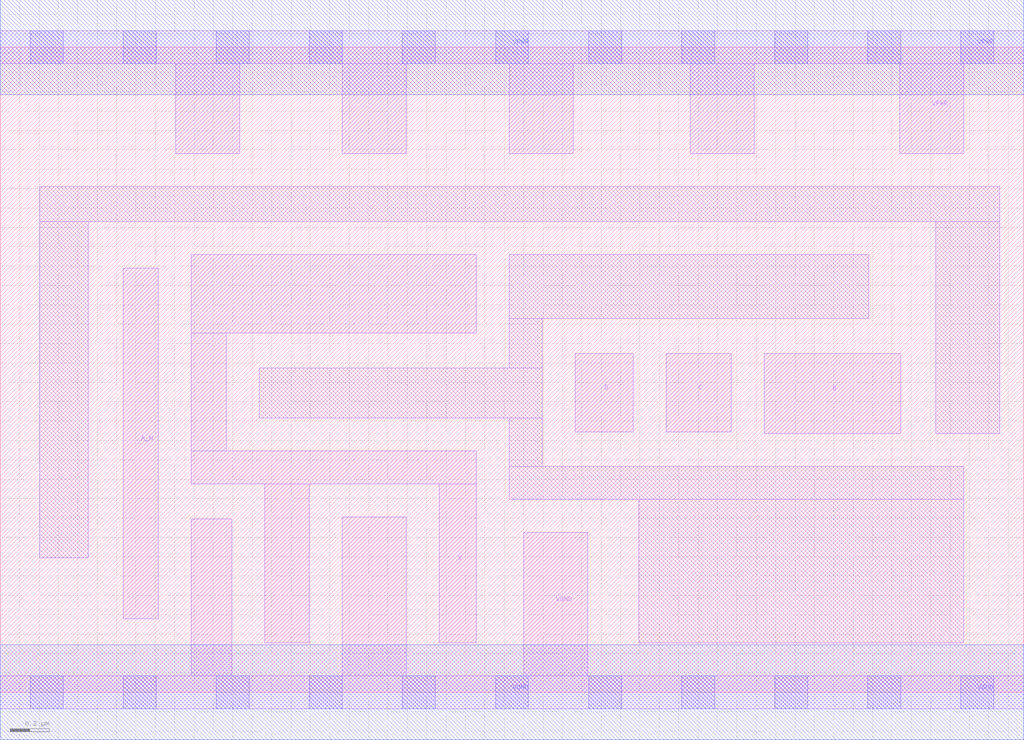
<source format=lef>
# Copyright 2020 The SkyWater PDK Authors
#
# Licensed under the Apache License, Version 2.0 (the "License");
# you may not use this file except in compliance with the License.
# You may obtain a copy of the License at
#
#     https://www.apache.org/licenses/LICENSE-2.0
#
# Unless required by applicable law or agreed to in writing, software
# distributed under the License is distributed on an "AS IS" BASIS,
# WITHOUT WARRANTIES OR CONDITIONS OF ANY KIND, either express or implied.
# See the License for the specific language governing permissions and
# limitations under the License.
#
# SPDX-License-Identifier: Apache-2.0

VERSION 5.7 ;
  NAMESCASESENSITIVE ON ;
  NOWIREEXTENSIONATPIN ON ;
  DIVIDERCHAR "/" ;
  BUSBITCHARS "[]" ;
UNITS
  DATABASE MICRONS 200 ;
END UNITS
MACRO sky130_fd_sc_lp__and4b_4
  CLASS CORE ;
  SOURCE USER ;
  FOREIGN sky130_fd_sc_lp__and4b_4 ;
  ORIGIN  0.000000  0.000000 ;
  SIZE  5.280000 BY  3.330000 ;
  SYMMETRY X Y R90 ;
  SITE unit ;
  PIN A_N
    ANTENNAGATEAREA  0.126000 ;
    DIRECTION INPUT ;
    USE SIGNAL ;
    PORT
      LAYER li1 ;
        RECT 0.635000 0.380000 0.815000 2.190000 ;
    END
  END A_N
  PIN B
    ANTENNAGATEAREA  0.315000 ;
    DIRECTION INPUT ;
    USE SIGNAL ;
    PORT
      LAYER li1 ;
        RECT 3.940000 1.335000 4.645000 1.750000 ;
    END
  END B
  PIN C
    ANTENNAGATEAREA  0.315000 ;
    DIRECTION INPUT ;
    USE SIGNAL ;
    PORT
      LAYER li1 ;
        RECT 3.435000 1.345000 3.770000 1.750000 ;
    END
  END C
  PIN D
    ANTENNAGATEAREA  0.315000 ;
    DIRECTION INPUT ;
    USE SIGNAL ;
    PORT
      LAYER li1 ;
        RECT 2.965000 1.345000 3.265000 1.750000 ;
    END
  END D
  PIN X
    ANTENNADIFFAREA  1.176000 ;
    DIRECTION OUTPUT ;
    USE SIGNAL ;
    PORT
      LAYER li1 ;
        RECT 0.985000 1.075000 2.455000 1.245000 ;
        RECT 0.985000 1.245000 1.165000 1.855000 ;
        RECT 0.985000 1.855000 2.455000 2.260000 ;
        RECT 1.365000 0.255000 1.595000 1.075000 ;
        RECT 2.265000 0.255000 2.455000 1.075000 ;
    END
  END X
  PIN VGND
    DIRECTION INOUT ;
    USE GROUND ;
    PORT
      LAYER li1 ;
        RECT 0.000000 -0.085000 5.280000 0.085000 ;
        RECT 0.985000  0.085000 1.195000 0.895000 ;
        RECT 1.765000  0.085000 2.095000 0.905000 ;
        RECT 2.700000  0.085000 3.030000 0.825000 ;
      LAYER mcon ;
        RECT 0.155000 -0.085000 0.325000 0.085000 ;
        RECT 0.635000 -0.085000 0.805000 0.085000 ;
        RECT 1.115000 -0.085000 1.285000 0.085000 ;
        RECT 1.595000 -0.085000 1.765000 0.085000 ;
        RECT 2.075000 -0.085000 2.245000 0.085000 ;
        RECT 2.555000 -0.085000 2.725000 0.085000 ;
        RECT 3.035000 -0.085000 3.205000 0.085000 ;
        RECT 3.515000 -0.085000 3.685000 0.085000 ;
        RECT 3.995000 -0.085000 4.165000 0.085000 ;
        RECT 4.475000 -0.085000 4.645000 0.085000 ;
        RECT 4.955000 -0.085000 5.125000 0.085000 ;
      LAYER met1 ;
        RECT 0.000000 -0.245000 5.280000 0.245000 ;
    END
  END VGND
  PIN VPWR
    DIRECTION INOUT ;
    USE POWER ;
    PORT
      LAYER li1 ;
        RECT 0.000000 3.245000 5.280000 3.415000 ;
        RECT 0.905000 2.780000 1.235000 3.245000 ;
        RECT 1.765000 2.780000 2.095000 3.245000 ;
        RECT 2.625000 2.780000 2.955000 3.245000 ;
        RECT 3.560000 2.780000 3.890000 3.245000 ;
        RECT 4.640000 2.780000 4.970000 3.245000 ;
      LAYER mcon ;
        RECT 0.155000 3.245000 0.325000 3.415000 ;
        RECT 0.635000 3.245000 0.805000 3.415000 ;
        RECT 1.115000 3.245000 1.285000 3.415000 ;
        RECT 1.595000 3.245000 1.765000 3.415000 ;
        RECT 2.075000 3.245000 2.245000 3.415000 ;
        RECT 2.555000 3.245000 2.725000 3.415000 ;
        RECT 3.035000 3.245000 3.205000 3.415000 ;
        RECT 3.515000 3.245000 3.685000 3.415000 ;
        RECT 3.995000 3.245000 4.165000 3.415000 ;
        RECT 4.475000 3.245000 4.645000 3.415000 ;
        RECT 4.955000 3.245000 5.125000 3.415000 ;
      LAYER met1 ;
        RECT 0.000000 3.085000 5.280000 3.575000 ;
    END
  END VPWR
  OBS
    LAYER li1 ;
      RECT 0.205000 0.695000 0.455000 2.430000 ;
      RECT 0.205000 2.430000 5.155000 2.610000 ;
      RECT 1.335000 1.415000 2.795000 1.675000 ;
      RECT 2.625000 0.995000 4.970000 1.165000 ;
      RECT 2.625000 1.165000 2.795000 1.415000 ;
      RECT 2.625000 1.675000 2.795000 1.930000 ;
      RECT 2.625000 1.930000 4.480000 2.260000 ;
      RECT 3.295000 0.255000 4.970000 0.995000 ;
      RECT 4.825000 1.335000 5.155000 2.430000 ;
  END
END sky130_fd_sc_lp__and4b_4

</source>
